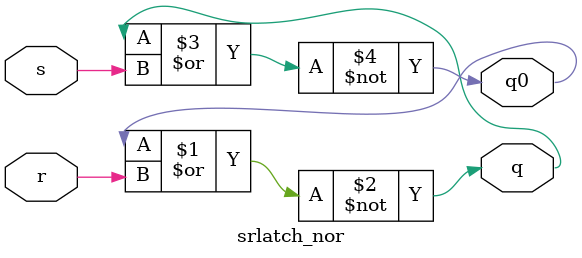
<source format=v>
module srlatch_nor(s,r,q,q0);
  input s,r;
  output q,q0;
  assign q = ~(q0|r);
  assign q0 = ~(q|s);
endmodule

</source>
